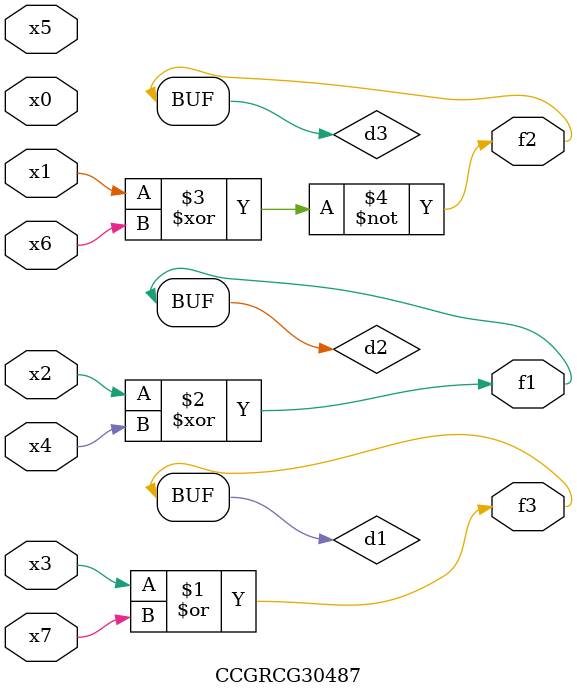
<source format=v>
module CCGRCG30487(
	input x0, x1, x2, x3, x4, x5, x6, x7,
	output f1, f2, f3
);

	wire d1, d2, d3;

	or (d1, x3, x7);
	xor (d2, x2, x4);
	xnor (d3, x1, x6);
	assign f1 = d2;
	assign f2 = d3;
	assign f3 = d1;
endmodule

</source>
